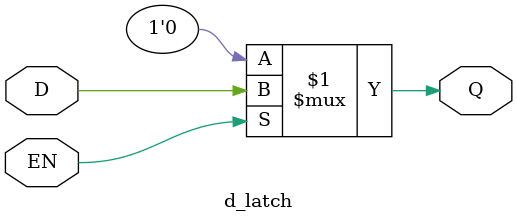
<source format=v>
`timescale 1ns / 1ps
module d_latch (
  input D,    
  input EN,   
  output Q    
);

  assign Q = (EN) ? D : 1'b0; 
endmodule

</source>
